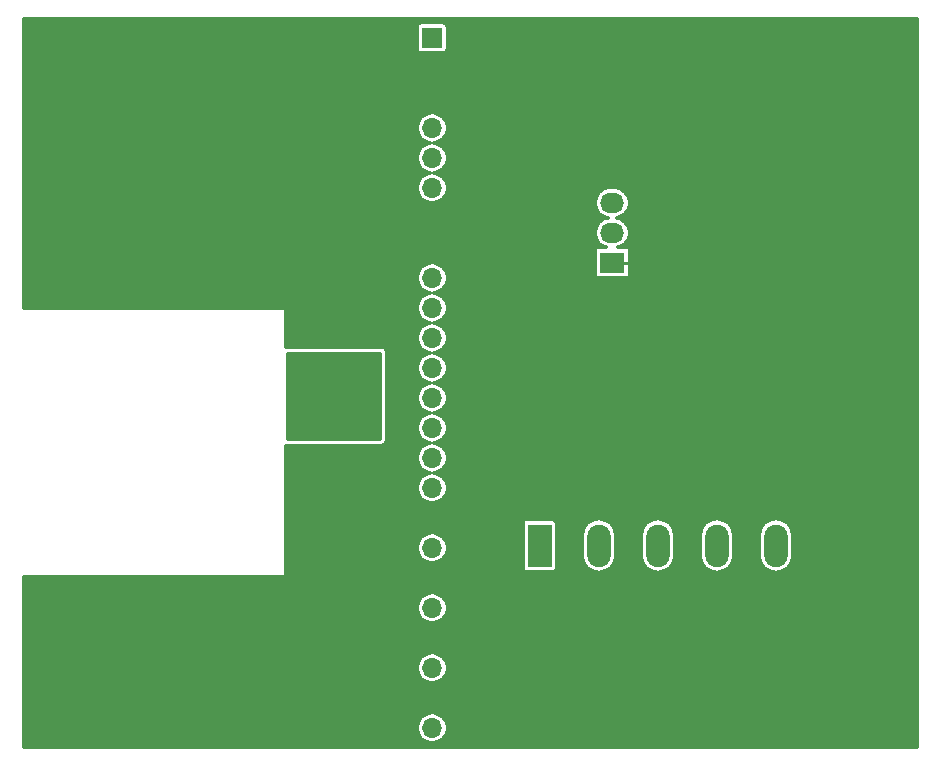
<source format=gbl>
G04 #@! TF.FileFunction,Copper,L2,Bot,Signal*
%FSLAX46Y46*%
G04 Gerber Fmt 4.6, Leading zero omitted, Abs format (unit mm)*
G04 Created by KiCad (PCBNEW 4.0.7-e2-6376~58~ubuntu16.04.1) date Tue Jan 16 13:24:08 2018*
%MOMM*%
%LPD*%
G01*
G04 APERTURE LIST*
%ADD10C,0.100000*%
%ADD11R,1.700000X1.700000*%
%ADD12O,1.700000X1.700000*%
%ADD13C,6.000000*%
%ADD14R,2.030000X1.730000*%
%ADD15O,2.030000X1.730000*%
%ADD16C,5.700000*%
%ADD17R,2.000000X3.600000*%
%ADD18O,2.000000X3.600000*%
%ADD19C,1.000000*%
%ADD20C,0.250000*%
%ADD21C,1.000000*%
%ADD22C,0.300000*%
G04 APERTURE END LIST*
D10*
D11*
X126000000Y-69000000D03*
D12*
X126000000Y-74080000D03*
X126000000Y-76620000D03*
X126000000Y-79160000D03*
X126000000Y-81700000D03*
X126000000Y-84240000D03*
X126000000Y-86780000D03*
X126000000Y-89320000D03*
X126000000Y-91860000D03*
X126000000Y-94400000D03*
X126000000Y-96940000D03*
X126000000Y-99480000D03*
X126000000Y-102020000D03*
X126000000Y-104560000D03*
X126000000Y-107100000D03*
X126000000Y-109640000D03*
X126000000Y-112180000D03*
X126000000Y-114720000D03*
X126000000Y-117260000D03*
X126000000Y-119800000D03*
X126000000Y-122340000D03*
X126000000Y-124880000D03*
X126000000Y-127420000D03*
D13*
X117500000Y-107000000D03*
X117500000Y-99500000D03*
D14*
X141250000Y-88040000D03*
D15*
X141250000Y-85500000D03*
X141250000Y-82960000D03*
D16*
X94750000Y-73250000D03*
X163750000Y-73250000D03*
X94750000Y-123250000D03*
X163750000Y-123250000D03*
D17*
X135100000Y-112000000D03*
D18*
X140100000Y-112000000D03*
X145100000Y-112000000D03*
X150100000Y-112000000D03*
X155100000Y-112000000D03*
D17*
X135100000Y-124100000D03*
D18*
X140100000Y-124100000D03*
X145100000Y-124100000D03*
X150100000Y-124100000D03*
X155100000Y-124100000D03*
D16*
X118300000Y-73250000D03*
D19*
X115000000Y-127000000D03*
X115000000Y-123000000D03*
X115000000Y-119000000D03*
X115000000Y-115000000D03*
X115000000Y-111000000D03*
X117000000Y-111000000D03*
X117000000Y-127000000D03*
X116000000Y-125000000D03*
X116000000Y-121000000D03*
X116000000Y-117000000D03*
X117000000Y-115000000D03*
X117000000Y-119000000D03*
X117000000Y-123000000D03*
X116000000Y-113000000D03*
X129000000Y-101000000D03*
X130000000Y-99000000D03*
X163000000Y-116000000D03*
X163000000Y-112000000D03*
X163000000Y-108000000D03*
X163000000Y-104000000D03*
X161000000Y-119000000D03*
X161000000Y-115000000D03*
X161000000Y-111000000D03*
X161000000Y-107000000D03*
X161000000Y-103000000D03*
X158000000Y-99000000D03*
X154000000Y-99000000D03*
X150000000Y-99000000D03*
X146000000Y-99000000D03*
X142000000Y-99000000D03*
X138000000Y-99000000D03*
X134000000Y-99000000D03*
X157000000Y-101000000D03*
X153000000Y-101000000D03*
X149000000Y-101000000D03*
X145000000Y-101000000D03*
X141000000Y-101000000D03*
X137000000Y-101000000D03*
X133000000Y-101000000D03*
X114400000Y-102200000D03*
X114400000Y-96800000D03*
X120800000Y-102200000D03*
X120800000Y-96800000D03*
D20*
X126000000Y-109640000D02*
X129000000Y-106640000D01*
X129000000Y-106640000D02*
X129000000Y-101000000D01*
X115000000Y-119000000D02*
X115000000Y-123000000D01*
X115000000Y-111000000D02*
X115000000Y-115000000D01*
X116000000Y-121000000D02*
X116000000Y-125000000D01*
X117000000Y-115000000D02*
X117000000Y-116000000D01*
X117000000Y-116000000D02*
X116000000Y-117000000D01*
D21*
X130500000Y-74080000D02*
X146500000Y-74080000D01*
X126000000Y-74080000D02*
X130500000Y-74080000D01*
D20*
X141250000Y-88040000D02*
X143265000Y-88040000D01*
D21*
X146500000Y-84805000D02*
X146500000Y-74080000D01*
X143265000Y-88040000D02*
X146500000Y-84805000D01*
D20*
X117500000Y-99500000D02*
X117300000Y-99500000D01*
X117100000Y-99500000D02*
X114400000Y-96800000D01*
X117500000Y-99500000D02*
X117900000Y-99500000D01*
X118100000Y-99500000D02*
X120800000Y-96800000D01*
D22*
G36*
X167050000Y-129050000D02*
X91450000Y-129050000D01*
X91450000Y-127420000D01*
X124674531Y-127420000D01*
X124773488Y-127917488D01*
X125055292Y-128339239D01*
X125477043Y-128621043D01*
X125974531Y-128720000D01*
X126025469Y-128720000D01*
X126522957Y-128621043D01*
X126944708Y-128339239D01*
X127226512Y-127917488D01*
X127325469Y-127420000D01*
X127226512Y-126922512D01*
X126944708Y-126500761D01*
X126522957Y-126218957D01*
X126025469Y-126120000D01*
X125974531Y-126120000D01*
X125477043Y-126218957D01*
X125055292Y-126500761D01*
X124773488Y-126922512D01*
X124674531Y-127420000D01*
X91450000Y-127420000D01*
X91450000Y-122340000D01*
X124674531Y-122340000D01*
X124773488Y-122837488D01*
X125055292Y-123259239D01*
X125477043Y-123541043D01*
X125974531Y-123640000D01*
X126025469Y-123640000D01*
X126522957Y-123541043D01*
X126944708Y-123259239D01*
X127226512Y-122837488D01*
X127325469Y-122340000D01*
X127226512Y-121842512D01*
X126944708Y-121420761D01*
X126522957Y-121138957D01*
X126025469Y-121040000D01*
X125974531Y-121040000D01*
X125477043Y-121138957D01*
X125055292Y-121420761D01*
X124773488Y-121842512D01*
X124674531Y-122340000D01*
X91450000Y-122340000D01*
X91450000Y-117260000D01*
X124674531Y-117260000D01*
X124773488Y-117757488D01*
X125055292Y-118179239D01*
X125477043Y-118461043D01*
X125974531Y-118560000D01*
X126025469Y-118560000D01*
X126522957Y-118461043D01*
X126944708Y-118179239D01*
X127226512Y-117757488D01*
X127325469Y-117260000D01*
X127226512Y-116762512D01*
X126944708Y-116340761D01*
X126522957Y-116058957D01*
X126025469Y-115960000D01*
X125974531Y-115960000D01*
X125477043Y-116058957D01*
X125055292Y-116340761D01*
X124773488Y-116762512D01*
X124674531Y-117260000D01*
X91450000Y-117260000D01*
X91450000Y-114650000D01*
X113500000Y-114650000D01*
X113554519Y-114639742D01*
X113604591Y-114607521D01*
X113638182Y-114558358D01*
X113650000Y-114500000D01*
X113650000Y-112180000D01*
X124674531Y-112180000D01*
X124773488Y-112677488D01*
X125055292Y-113099239D01*
X125477043Y-113381043D01*
X125974531Y-113480000D01*
X126025469Y-113480000D01*
X126522957Y-113381043D01*
X126944708Y-113099239D01*
X127226512Y-112677488D01*
X127325469Y-112180000D01*
X127226512Y-111682512D01*
X126944708Y-111260761D01*
X126522957Y-110978957D01*
X126025469Y-110880000D01*
X125974531Y-110880000D01*
X125477043Y-110978957D01*
X125055292Y-111260761D01*
X124773488Y-111682512D01*
X124674531Y-112180000D01*
X113650000Y-112180000D01*
X113650000Y-110200000D01*
X133641184Y-110200000D01*
X133641184Y-113800000D01*
X133672562Y-113966760D01*
X133771117Y-114119919D01*
X133921495Y-114222668D01*
X134100000Y-114258816D01*
X136100000Y-114258816D01*
X136266760Y-114227438D01*
X136419919Y-114128883D01*
X136522668Y-113978505D01*
X136558816Y-113800000D01*
X136558816Y-111155920D01*
X138650000Y-111155920D01*
X138650000Y-112844080D01*
X138760375Y-113398971D01*
X139074695Y-113869385D01*
X139545109Y-114183705D01*
X140100000Y-114294080D01*
X140654891Y-114183705D01*
X141125305Y-113869385D01*
X141439625Y-113398971D01*
X141550000Y-112844080D01*
X141550000Y-111155920D01*
X143650000Y-111155920D01*
X143650000Y-112844080D01*
X143760375Y-113398971D01*
X144074695Y-113869385D01*
X144545109Y-114183705D01*
X145100000Y-114294080D01*
X145654891Y-114183705D01*
X146125305Y-113869385D01*
X146439625Y-113398971D01*
X146550000Y-112844080D01*
X146550000Y-111155920D01*
X148650000Y-111155920D01*
X148650000Y-112844080D01*
X148760375Y-113398971D01*
X149074695Y-113869385D01*
X149545109Y-114183705D01*
X150100000Y-114294080D01*
X150654891Y-114183705D01*
X151125305Y-113869385D01*
X151439625Y-113398971D01*
X151550000Y-112844080D01*
X151550000Y-111155920D01*
X153650000Y-111155920D01*
X153650000Y-112844080D01*
X153760375Y-113398971D01*
X154074695Y-113869385D01*
X154545109Y-114183705D01*
X155100000Y-114294080D01*
X155654891Y-114183705D01*
X156125305Y-113869385D01*
X156439625Y-113398971D01*
X156550000Y-112844080D01*
X156550000Y-111155920D01*
X156439625Y-110601029D01*
X156125305Y-110130615D01*
X155654891Y-109816295D01*
X155100000Y-109705920D01*
X154545109Y-109816295D01*
X154074695Y-110130615D01*
X153760375Y-110601029D01*
X153650000Y-111155920D01*
X151550000Y-111155920D01*
X151439625Y-110601029D01*
X151125305Y-110130615D01*
X150654891Y-109816295D01*
X150100000Y-109705920D01*
X149545109Y-109816295D01*
X149074695Y-110130615D01*
X148760375Y-110601029D01*
X148650000Y-111155920D01*
X146550000Y-111155920D01*
X146439625Y-110601029D01*
X146125305Y-110130615D01*
X145654891Y-109816295D01*
X145100000Y-109705920D01*
X144545109Y-109816295D01*
X144074695Y-110130615D01*
X143760375Y-110601029D01*
X143650000Y-111155920D01*
X141550000Y-111155920D01*
X141439625Y-110601029D01*
X141125305Y-110130615D01*
X140654891Y-109816295D01*
X140100000Y-109705920D01*
X139545109Y-109816295D01*
X139074695Y-110130615D01*
X138760375Y-110601029D01*
X138650000Y-111155920D01*
X136558816Y-111155920D01*
X136558816Y-110200000D01*
X136527438Y-110033240D01*
X136428883Y-109880081D01*
X136278505Y-109777332D01*
X136100000Y-109741184D01*
X134100000Y-109741184D01*
X133933240Y-109772562D01*
X133780081Y-109871117D01*
X133677332Y-110021495D01*
X133641184Y-110200000D01*
X113650000Y-110200000D01*
X113650000Y-103550000D01*
X121700000Y-103550000D01*
X121863556Y-103519225D01*
X122013772Y-103422563D01*
X122114546Y-103275075D01*
X122150000Y-103100000D01*
X122150000Y-95600000D01*
X122119225Y-95436444D01*
X122022563Y-95286228D01*
X121875075Y-95185454D01*
X121700000Y-95150000D01*
X113650000Y-95150000D01*
X113650000Y-92000000D01*
X113639742Y-91945481D01*
X113607521Y-91895409D01*
X113558358Y-91861818D01*
X113500000Y-91850000D01*
X91450000Y-91850000D01*
X91450000Y-89320000D01*
X124674531Y-89320000D01*
X124773488Y-89817488D01*
X125055292Y-90239239D01*
X125477043Y-90521043D01*
X125823712Y-90590000D01*
X125477043Y-90658957D01*
X125055292Y-90940761D01*
X124773488Y-91362512D01*
X124674531Y-91860000D01*
X124773488Y-92357488D01*
X125055292Y-92779239D01*
X125477043Y-93061043D01*
X125823712Y-93130000D01*
X125477043Y-93198957D01*
X125055292Y-93480761D01*
X124773488Y-93902512D01*
X124674531Y-94400000D01*
X124773488Y-94897488D01*
X125055292Y-95319239D01*
X125477043Y-95601043D01*
X125823712Y-95670000D01*
X125477043Y-95738957D01*
X125055292Y-96020761D01*
X124773488Y-96442512D01*
X124674531Y-96940000D01*
X124773488Y-97437488D01*
X125055292Y-97859239D01*
X125477043Y-98141043D01*
X125823712Y-98210000D01*
X125477043Y-98278957D01*
X125055292Y-98560761D01*
X124773488Y-98982512D01*
X124674531Y-99480000D01*
X124773488Y-99977488D01*
X125055292Y-100399239D01*
X125477043Y-100681043D01*
X125823712Y-100750000D01*
X125477043Y-100818957D01*
X125055292Y-101100761D01*
X124773488Y-101522512D01*
X124674531Y-102020000D01*
X124773488Y-102517488D01*
X125055292Y-102939239D01*
X125477043Y-103221043D01*
X125823712Y-103290000D01*
X125477043Y-103358957D01*
X125055292Y-103640761D01*
X124773488Y-104062512D01*
X124674531Y-104560000D01*
X124773488Y-105057488D01*
X125055292Y-105479239D01*
X125477043Y-105761043D01*
X125823712Y-105830000D01*
X125477043Y-105898957D01*
X125055292Y-106180761D01*
X124773488Y-106602512D01*
X124674531Y-107100000D01*
X124773488Y-107597488D01*
X125055292Y-108019239D01*
X125477043Y-108301043D01*
X125974531Y-108400000D01*
X126025469Y-108400000D01*
X126522957Y-108301043D01*
X126944708Y-108019239D01*
X127226512Y-107597488D01*
X127325469Y-107100000D01*
X127226512Y-106602512D01*
X126944708Y-106180761D01*
X126522957Y-105898957D01*
X126176288Y-105830000D01*
X126522957Y-105761043D01*
X126944708Y-105479239D01*
X127226512Y-105057488D01*
X127325469Y-104560000D01*
X127226512Y-104062512D01*
X126944708Y-103640761D01*
X126522957Y-103358957D01*
X126176288Y-103290000D01*
X126522957Y-103221043D01*
X126944708Y-102939239D01*
X127226512Y-102517488D01*
X127325469Y-102020000D01*
X127226512Y-101522512D01*
X126944708Y-101100761D01*
X126522957Y-100818957D01*
X126176288Y-100750000D01*
X126522957Y-100681043D01*
X126944708Y-100399239D01*
X127226512Y-99977488D01*
X127325469Y-99480000D01*
X127226512Y-98982512D01*
X126944708Y-98560761D01*
X126522957Y-98278957D01*
X126176288Y-98210000D01*
X126522957Y-98141043D01*
X126944708Y-97859239D01*
X127226512Y-97437488D01*
X127325469Y-96940000D01*
X127226512Y-96442512D01*
X126944708Y-96020761D01*
X126522957Y-95738957D01*
X126176288Y-95670000D01*
X126522957Y-95601043D01*
X126944708Y-95319239D01*
X127226512Y-94897488D01*
X127325469Y-94400000D01*
X127226512Y-93902512D01*
X126944708Y-93480761D01*
X126522957Y-93198957D01*
X126176288Y-93130000D01*
X126522957Y-93061043D01*
X126944708Y-92779239D01*
X127226512Y-92357488D01*
X127325469Y-91860000D01*
X127226512Y-91362512D01*
X126944708Y-90940761D01*
X126522957Y-90658957D01*
X126176288Y-90590000D01*
X126522957Y-90521043D01*
X126944708Y-90239239D01*
X127226512Y-89817488D01*
X127325469Y-89320000D01*
X127226512Y-88822512D01*
X126944708Y-88400761D01*
X126522957Y-88118957D01*
X126025469Y-88020000D01*
X125974531Y-88020000D01*
X125477043Y-88118957D01*
X125055292Y-88400761D01*
X124773488Y-88822512D01*
X124674531Y-89320000D01*
X91450000Y-89320000D01*
X91450000Y-86900000D01*
X139750000Y-86900000D01*
X139750000Y-89200000D01*
X139760258Y-89254519D01*
X139792479Y-89304591D01*
X139841642Y-89338182D01*
X139900000Y-89350000D01*
X142600000Y-89350000D01*
X142654519Y-89339742D01*
X142704591Y-89307521D01*
X142738182Y-89258358D01*
X142750000Y-89200000D01*
X142750000Y-86900000D01*
X142739742Y-86845481D01*
X142707521Y-86795409D01*
X142658358Y-86761818D01*
X142600000Y-86750000D01*
X141755480Y-86750000D01*
X141931930Y-86714902D01*
X142358546Y-86429845D01*
X142643603Y-86003229D01*
X142743701Y-85500000D01*
X142643603Y-84996771D01*
X142358546Y-84570155D01*
X141931930Y-84285098D01*
X141654932Y-84230000D01*
X141931930Y-84174902D01*
X142358546Y-83889845D01*
X142643603Y-83463229D01*
X142743701Y-82960000D01*
X142643603Y-82456771D01*
X142358546Y-82030155D01*
X141931930Y-81745098D01*
X141428701Y-81645000D01*
X141071299Y-81645000D01*
X140568070Y-81745098D01*
X140141454Y-82030155D01*
X139856397Y-82456771D01*
X139756299Y-82960000D01*
X139856397Y-83463229D01*
X140141454Y-83889845D01*
X140568070Y-84174902D01*
X140845068Y-84230000D01*
X140568070Y-84285098D01*
X140141454Y-84570155D01*
X139856397Y-84996771D01*
X139756299Y-85500000D01*
X139856397Y-86003229D01*
X140141454Y-86429845D01*
X140568070Y-86714902D01*
X140744520Y-86750000D01*
X139900000Y-86750000D01*
X139845481Y-86760258D01*
X139795409Y-86792479D01*
X139761818Y-86841642D01*
X139750000Y-86900000D01*
X91450000Y-86900000D01*
X91450000Y-76620000D01*
X124674531Y-76620000D01*
X124773488Y-77117488D01*
X125055292Y-77539239D01*
X125477043Y-77821043D01*
X125823712Y-77890000D01*
X125477043Y-77958957D01*
X125055292Y-78240761D01*
X124773488Y-78662512D01*
X124674531Y-79160000D01*
X124773488Y-79657488D01*
X125055292Y-80079239D01*
X125477043Y-80361043D01*
X125823712Y-80430000D01*
X125477043Y-80498957D01*
X125055292Y-80780761D01*
X124773488Y-81202512D01*
X124674531Y-81700000D01*
X124773488Y-82197488D01*
X125055292Y-82619239D01*
X125477043Y-82901043D01*
X125974531Y-83000000D01*
X126025469Y-83000000D01*
X126522957Y-82901043D01*
X126944708Y-82619239D01*
X127226512Y-82197488D01*
X127325469Y-81700000D01*
X127226512Y-81202512D01*
X126944708Y-80780761D01*
X126522957Y-80498957D01*
X126176288Y-80430000D01*
X126522957Y-80361043D01*
X126944708Y-80079239D01*
X127226512Y-79657488D01*
X127325469Y-79160000D01*
X127226512Y-78662512D01*
X126944708Y-78240761D01*
X126522957Y-77958957D01*
X126176288Y-77890000D01*
X126522957Y-77821043D01*
X126944708Y-77539239D01*
X127226512Y-77117488D01*
X127325469Y-76620000D01*
X127226512Y-76122512D01*
X126944708Y-75700761D01*
X126522957Y-75418957D01*
X126025469Y-75320000D01*
X125974531Y-75320000D01*
X125477043Y-75418957D01*
X125055292Y-75700761D01*
X124773488Y-76122512D01*
X124674531Y-76620000D01*
X91450000Y-76620000D01*
X91450000Y-68150000D01*
X124691184Y-68150000D01*
X124691184Y-69850000D01*
X124722562Y-70016760D01*
X124821117Y-70169919D01*
X124971495Y-70272668D01*
X125150000Y-70308816D01*
X126850000Y-70308816D01*
X127016760Y-70277438D01*
X127169919Y-70178883D01*
X127272668Y-70028505D01*
X127308816Y-69850000D01*
X127308816Y-68150000D01*
X127277438Y-67983240D01*
X127178883Y-67830081D01*
X127028505Y-67727332D01*
X126850000Y-67691184D01*
X125150000Y-67691184D01*
X124983240Y-67722562D01*
X124830081Y-67821117D01*
X124727332Y-67971495D01*
X124691184Y-68150000D01*
X91450000Y-68150000D01*
X91450000Y-67450000D01*
X167050000Y-67450000D01*
X167050000Y-129050000D01*
X167050000Y-129050000D01*
G37*
X167050000Y-129050000D02*
X91450000Y-129050000D01*
X91450000Y-127420000D01*
X124674531Y-127420000D01*
X124773488Y-127917488D01*
X125055292Y-128339239D01*
X125477043Y-128621043D01*
X125974531Y-128720000D01*
X126025469Y-128720000D01*
X126522957Y-128621043D01*
X126944708Y-128339239D01*
X127226512Y-127917488D01*
X127325469Y-127420000D01*
X127226512Y-126922512D01*
X126944708Y-126500761D01*
X126522957Y-126218957D01*
X126025469Y-126120000D01*
X125974531Y-126120000D01*
X125477043Y-126218957D01*
X125055292Y-126500761D01*
X124773488Y-126922512D01*
X124674531Y-127420000D01*
X91450000Y-127420000D01*
X91450000Y-122340000D01*
X124674531Y-122340000D01*
X124773488Y-122837488D01*
X125055292Y-123259239D01*
X125477043Y-123541043D01*
X125974531Y-123640000D01*
X126025469Y-123640000D01*
X126522957Y-123541043D01*
X126944708Y-123259239D01*
X127226512Y-122837488D01*
X127325469Y-122340000D01*
X127226512Y-121842512D01*
X126944708Y-121420761D01*
X126522957Y-121138957D01*
X126025469Y-121040000D01*
X125974531Y-121040000D01*
X125477043Y-121138957D01*
X125055292Y-121420761D01*
X124773488Y-121842512D01*
X124674531Y-122340000D01*
X91450000Y-122340000D01*
X91450000Y-117260000D01*
X124674531Y-117260000D01*
X124773488Y-117757488D01*
X125055292Y-118179239D01*
X125477043Y-118461043D01*
X125974531Y-118560000D01*
X126025469Y-118560000D01*
X126522957Y-118461043D01*
X126944708Y-118179239D01*
X127226512Y-117757488D01*
X127325469Y-117260000D01*
X127226512Y-116762512D01*
X126944708Y-116340761D01*
X126522957Y-116058957D01*
X126025469Y-115960000D01*
X125974531Y-115960000D01*
X125477043Y-116058957D01*
X125055292Y-116340761D01*
X124773488Y-116762512D01*
X124674531Y-117260000D01*
X91450000Y-117260000D01*
X91450000Y-114650000D01*
X113500000Y-114650000D01*
X113554519Y-114639742D01*
X113604591Y-114607521D01*
X113638182Y-114558358D01*
X113650000Y-114500000D01*
X113650000Y-112180000D01*
X124674531Y-112180000D01*
X124773488Y-112677488D01*
X125055292Y-113099239D01*
X125477043Y-113381043D01*
X125974531Y-113480000D01*
X126025469Y-113480000D01*
X126522957Y-113381043D01*
X126944708Y-113099239D01*
X127226512Y-112677488D01*
X127325469Y-112180000D01*
X127226512Y-111682512D01*
X126944708Y-111260761D01*
X126522957Y-110978957D01*
X126025469Y-110880000D01*
X125974531Y-110880000D01*
X125477043Y-110978957D01*
X125055292Y-111260761D01*
X124773488Y-111682512D01*
X124674531Y-112180000D01*
X113650000Y-112180000D01*
X113650000Y-110200000D01*
X133641184Y-110200000D01*
X133641184Y-113800000D01*
X133672562Y-113966760D01*
X133771117Y-114119919D01*
X133921495Y-114222668D01*
X134100000Y-114258816D01*
X136100000Y-114258816D01*
X136266760Y-114227438D01*
X136419919Y-114128883D01*
X136522668Y-113978505D01*
X136558816Y-113800000D01*
X136558816Y-111155920D01*
X138650000Y-111155920D01*
X138650000Y-112844080D01*
X138760375Y-113398971D01*
X139074695Y-113869385D01*
X139545109Y-114183705D01*
X140100000Y-114294080D01*
X140654891Y-114183705D01*
X141125305Y-113869385D01*
X141439625Y-113398971D01*
X141550000Y-112844080D01*
X141550000Y-111155920D01*
X143650000Y-111155920D01*
X143650000Y-112844080D01*
X143760375Y-113398971D01*
X144074695Y-113869385D01*
X144545109Y-114183705D01*
X145100000Y-114294080D01*
X145654891Y-114183705D01*
X146125305Y-113869385D01*
X146439625Y-113398971D01*
X146550000Y-112844080D01*
X146550000Y-111155920D01*
X148650000Y-111155920D01*
X148650000Y-112844080D01*
X148760375Y-113398971D01*
X149074695Y-113869385D01*
X149545109Y-114183705D01*
X150100000Y-114294080D01*
X150654891Y-114183705D01*
X151125305Y-113869385D01*
X151439625Y-113398971D01*
X151550000Y-112844080D01*
X151550000Y-111155920D01*
X153650000Y-111155920D01*
X153650000Y-112844080D01*
X153760375Y-113398971D01*
X154074695Y-113869385D01*
X154545109Y-114183705D01*
X155100000Y-114294080D01*
X155654891Y-114183705D01*
X156125305Y-113869385D01*
X156439625Y-113398971D01*
X156550000Y-112844080D01*
X156550000Y-111155920D01*
X156439625Y-110601029D01*
X156125305Y-110130615D01*
X155654891Y-109816295D01*
X155100000Y-109705920D01*
X154545109Y-109816295D01*
X154074695Y-110130615D01*
X153760375Y-110601029D01*
X153650000Y-111155920D01*
X151550000Y-111155920D01*
X151439625Y-110601029D01*
X151125305Y-110130615D01*
X150654891Y-109816295D01*
X150100000Y-109705920D01*
X149545109Y-109816295D01*
X149074695Y-110130615D01*
X148760375Y-110601029D01*
X148650000Y-111155920D01*
X146550000Y-111155920D01*
X146439625Y-110601029D01*
X146125305Y-110130615D01*
X145654891Y-109816295D01*
X145100000Y-109705920D01*
X144545109Y-109816295D01*
X144074695Y-110130615D01*
X143760375Y-110601029D01*
X143650000Y-111155920D01*
X141550000Y-111155920D01*
X141439625Y-110601029D01*
X141125305Y-110130615D01*
X140654891Y-109816295D01*
X140100000Y-109705920D01*
X139545109Y-109816295D01*
X139074695Y-110130615D01*
X138760375Y-110601029D01*
X138650000Y-111155920D01*
X136558816Y-111155920D01*
X136558816Y-110200000D01*
X136527438Y-110033240D01*
X136428883Y-109880081D01*
X136278505Y-109777332D01*
X136100000Y-109741184D01*
X134100000Y-109741184D01*
X133933240Y-109772562D01*
X133780081Y-109871117D01*
X133677332Y-110021495D01*
X133641184Y-110200000D01*
X113650000Y-110200000D01*
X113650000Y-103550000D01*
X121700000Y-103550000D01*
X121863556Y-103519225D01*
X122013772Y-103422563D01*
X122114546Y-103275075D01*
X122150000Y-103100000D01*
X122150000Y-95600000D01*
X122119225Y-95436444D01*
X122022563Y-95286228D01*
X121875075Y-95185454D01*
X121700000Y-95150000D01*
X113650000Y-95150000D01*
X113650000Y-92000000D01*
X113639742Y-91945481D01*
X113607521Y-91895409D01*
X113558358Y-91861818D01*
X113500000Y-91850000D01*
X91450000Y-91850000D01*
X91450000Y-89320000D01*
X124674531Y-89320000D01*
X124773488Y-89817488D01*
X125055292Y-90239239D01*
X125477043Y-90521043D01*
X125823712Y-90590000D01*
X125477043Y-90658957D01*
X125055292Y-90940761D01*
X124773488Y-91362512D01*
X124674531Y-91860000D01*
X124773488Y-92357488D01*
X125055292Y-92779239D01*
X125477043Y-93061043D01*
X125823712Y-93130000D01*
X125477043Y-93198957D01*
X125055292Y-93480761D01*
X124773488Y-93902512D01*
X124674531Y-94400000D01*
X124773488Y-94897488D01*
X125055292Y-95319239D01*
X125477043Y-95601043D01*
X125823712Y-95670000D01*
X125477043Y-95738957D01*
X125055292Y-96020761D01*
X124773488Y-96442512D01*
X124674531Y-96940000D01*
X124773488Y-97437488D01*
X125055292Y-97859239D01*
X125477043Y-98141043D01*
X125823712Y-98210000D01*
X125477043Y-98278957D01*
X125055292Y-98560761D01*
X124773488Y-98982512D01*
X124674531Y-99480000D01*
X124773488Y-99977488D01*
X125055292Y-100399239D01*
X125477043Y-100681043D01*
X125823712Y-100750000D01*
X125477043Y-100818957D01*
X125055292Y-101100761D01*
X124773488Y-101522512D01*
X124674531Y-102020000D01*
X124773488Y-102517488D01*
X125055292Y-102939239D01*
X125477043Y-103221043D01*
X125823712Y-103290000D01*
X125477043Y-103358957D01*
X125055292Y-103640761D01*
X124773488Y-104062512D01*
X124674531Y-104560000D01*
X124773488Y-105057488D01*
X125055292Y-105479239D01*
X125477043Y-105761043D01*
X125823712Y-105830000D01*
X125477043Y-105898957D01*
X125055292Y-106180761D01*
X124773488Y-106602512D01*
X124674531Y-107100000D01*
X124773488Y-107597488D01*
X125055292Y-108019239D01*
X125477043Y-108301043D01*
X125974531Y-108400000D01*
X126025469Y-108400000D01*
X126522957Y-108301043D01*
X126944708Y-108019239D01*
X127226512Y-107597488D01*
X127325469Y-107100000D01*
X127226512Y-106602512D01*
X126944708Y-106180761D01*
X126522957Y-105898957D01*
X126176288Y-105830000D01*
X126522957Y-105761043D01*
X126944708Y-105479239D01*
X127226512Y-105057488D01*
X127325469Y-104560000D01*
X127226512Y-104062512D01*
X126944708Y-103640761D01*
X126522957Y-103358957D01*
X126176288Y-103290000D01*
X126522957Y-103221043D01*
X126944708Y-102939239D01*
X127226512Y-102517488D01*
X127325469Y-102020000D01*
X127226512Y-101522512D01*
X126944708Y-101100761D01*
X126522957Y-100818957D01*
X126176288Y-100750000D01*
X126522957Y-100681043D01*
X126944708Y-100399239D01*
X127226512Y-99977488D01*
X127325469Y-99480000D01*
X127226512Y-98982512D01*
X126944708Y-98560761D01*
X126522957Y-98278957D01*
X126176288Y-98210000D01*
X126522957Y-98141043D01*
X126944708Y-97859239D01*
X127226512Y-97437488D01*
X127325469Y-96940000D01*
X127226512Y-96442512D01*
X126944708Y-96020761D01*
X126522957Y-95738957D01*
X126176288Y-95670000D01*
X126522957Y-95601043D01*
X126944708Y-95319239D01*
X127226512Y-94897488D01*
X127325469Y-94400000D01*
X127226512Y-93902512D01*
X126944708Y-93480761D01*
X126522957Y-93198957D01*
X126176288Y-93130000D01*
X126522957Y-93061043D01*
X126944708Y-92779239D01*
X127226512Y-92357488D01*
X127325469Y-91860000D01*
X127226512Y-91362512D01*
X126944708Y-90940761D01*
X126522957Y-90658957D01*
X126176288Y-90590000D01*
X126522957Y-90521043D01*
X126944708Y-90239239D01*
X127226512Y-89817488D01*
X127325469Y-89320000D01*
X127226512Y-88822512D01*
X126944708Y-88400761D01*
X126522957Y-88118957D01*
X126025469Y-88020000D01*
X125974531Y-88020000D01*
X125477043Y-88118957D01*
X125055292Y-88400761D01*
X124773488Y-88822512D01*
X124674531Y-89320000D01*
X91450000Y-89320000D01*
X91450000Y-86900000D01*
X139750000Y-86900000D01*
X139750000Y-89200000D01*
X139760258Y-89254519D01*
X139792479Y-89304591D01*
X139841642Y-89338182D01*
X139900000Y-89350000D01*
X142600000Y-89350000D01*
X142654519Y-89339742D01*
X142704591Y-89307521D01*
X142738182Y-89258358D01*
X142750000Y-89200000D01*
X142750000Y-86900000D01*
X142739742Y-86845481D01*
X142707521Y-86795409D01*
X142658358Y-86761818D01*
X142600000Y-86750000D01*
X141755480Y-86750000D01*
X141931930Y-86714902D01*
X142358546Y-86429845D01*
X142643603Y-86003229D01*
X142743701Y-85500000D01*
X142643603Y-84996771D01*
X142358546Y-84570155D01*
X141931930Y-84285098D01*
X141654932Y-84230000D01*
X141931930Y-84174902D01*
X142358546Y-83889845D01*
X142643603Y-83463229D01*
X142743701Y-82960000D01*
X142643603Y-82456771D01*
X142358546Y-82030155D01*
X141931930Y-81745098D01*
X141428701Y-81645000D01*
X141071299Y-81645000D01*
X140568070Y-81745098D01*
X140141454Y-82030155D01*
X139856397Y-82456771D01*
X139756299Y-82960000D01*
X139856397Y-83463229D01*
X140141454Y-83889845D01*
X140568070Y-84174902D01*
X140845068Y-84230000D01*
X140568070Y-84285098D01*
X140141454Y-84570155D01*
X139856397Y-84996771D01*
X139756299Y-85500000D01*
X139856397Y-86003229D01*
X140141454Y-86429845D01*
X140568070Y-86714902D01*
X140744520Y-86750000D01*
X139900000Y-86750000D01*
X139845481Y-86760258D01*
X139795409Y-86792479D01*
X139761818Y-86841642D01*
X139750000Y-86900000D01*
X91450000Y-86900000D01*
X91450000Y-76620000D01*
X124674531Y-76620000D01*
X124773488Y-77117488D01*
X125055292Y-77539239D01*
X125477043Y-77821043D01*
X125823712Y-77890000D01*
X125477043Y-77958957D01*
X125055292Y-78240761D01*
X124773488Y-78662512D01*
X124674531Y-79160000D01*
X124773488Y-79657488D01*
X125055292Y-80079239D01*
X125477043Y-80361043D01*
X125823712Y-80430000D01*
X125477043Y-80498957D01*
X125055292Y-80780761D01*
X124773488Y-81202512D01*
X124674531Y-81700000D01*
X124773488Y-82197488D01*
X125055292Y-82619239D01*
X125477043Y-82901043D01*
X125974531Y-83000000D01*
X126025469Y-83000000D01*
X126522957Y-82901043D01*
X126944708Y-82619239D01*
X127226512Y-82197488D01*
X127325469Y-81700000D01*
X127226512Y-81202512D01*
X126944708Y-80780761D01*
X126522957Y-80498957D01*
X126176288Y-80430000D01*
X126522957Y-80361043D01*
X126944708Y-80079239D01*
X127226512Y-79657488D01*
X127325469Y-79160000D01*
X127226512Y-78662512D01*
X126944708Y-78240761D01*
X126522957Y-77958957D01*
X126176288Y-77890000D01*
X126522957Y-77821043D01*
X126944708Y-77539239D01*
X127226512Y-77117488D01*
X127325469Y-76620000D01*
X127226512Y-76122512D01*
X126944708Y-75700761D01*
X126522957Y-75418957D01*
X126025469Y-75320000D01*
X125974531Y-75320000D01*
X125477043Y-75418957D01*
X125055292Y-75700761D01*
X124773488Y-76122512D01*
X124674531Y-76620000D01*
X91450000Y-76620000D01*
X91450000Y-68150000D01*
X124691184Y-68150000D01*
X124691184Y-69850000D01*
X124722562Y-70016760D01*
X124821117Y-70169919D01*
X124971495Y-70272668D01*
X125150000Y-70308816D01*
X126850000Y-70308816D01*
X127016760Y-70277438D01*
X127169919Y-70178883D01*
X127272668Y-70028505D01*
X127308816Y-69850000D01*
X127308816Y-68150000D01*
X127277438Y-67983240D01*
X127178883Y-67830081D01*
X127028505Y-67727332D01*
X126850000Y-67691184D01*
X125150000Y-67691184D01*
X124983240Y-67722562D01*
X124830081Y-67821117D01*
X124727332Y-67971495D01*
X124691184Y-68150000D01*
X91450000Y-68150000D01*
X91450000Y-67450000D01*
X167050000Y-67450000D01*
X167050000Y-129050000D01*
D20*
G36*
X121575000Y-102975000D02*
X113725000Y-102975000D01*
X113725000Y-95725000D01*
X121575000Y-95725000D01*
X121575000Y-102975000D01*
X121575000Y-102975000D01*
G37*
X121575000Y-102975000D02*
X113725000Y-102975000D01*
X113725000Y-95725000D01*
X121575000Y-95725000D01*
X121575000Y-102975000D01*
M02*

</source>
